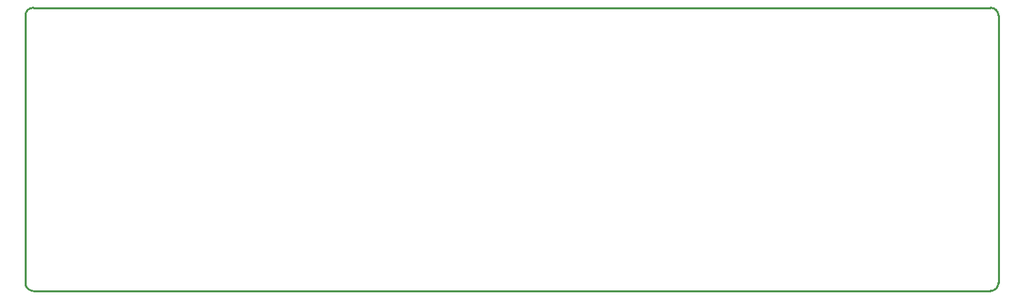
<source format=gm1>
G04 Layer_Color=16711935*
%FSLAX42Y42*%
%MOMM*%
G71*
G01*
G75*
%ADD27C,0.25*%
D27*
X100Y3600D02*
G03*
X0Y3500I0J-100D01*
G01*
X0Y100D02*
G03*
X100Y0I100J0D01*
G01*
X12350Y3500D02*
G03*
X12250Y3600I-100J0D01*
G01*
Y0D02*
G03*
X12350Y100I0J100D01*
G01*
X100Y0D02*
X12250D01*
X0Y100D02*
Y3500D01*
X100Y3600D02*
X12250D01*
X12350Y100D02*
Y3500D01*
M02*

</source>
